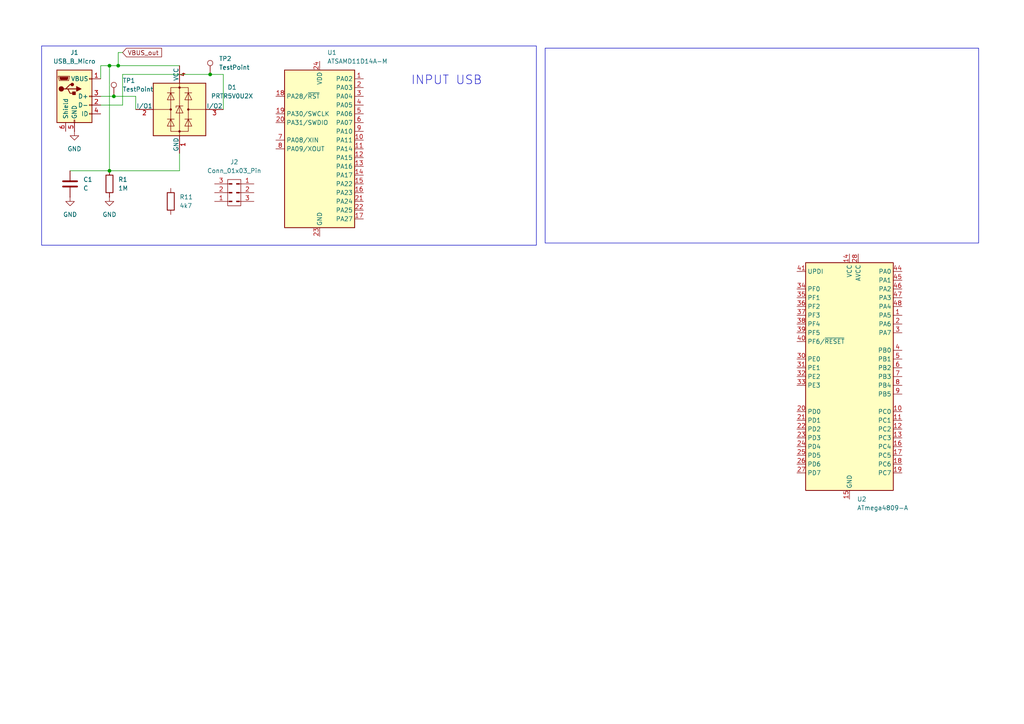
<source format=kicad_sch>
(kicad_sch (version 20231120) (generator "eeschema") (generator_version "8.0")
  (paper "A4")
  (lib_symbols
    (symbol "Connector:Conn_01x03_Pin" (pin_names (offset 1.016) hide)
      (property "Reference" "J" (at 0 5.08 0))
      (property "Value" "Conn_01x03_Pin" (at 0 -5.08 0))
      (symbol "Conn_01x03_Pin_1_1"
        (rectangle (start -2.54 3.81) (end 1.27 -3.81))
        (rectangle (start -2.1336 -0.127) (end -1.27 0.127) (stroke (width 0.1524)) (fill (type outline)))
        (rectangle (start -2.1336 2.413) (end -1.27 2.667) (stroke (width 0.1524)) (fill (type outline)))
        (rectangle (start -1.27 -2.667) (end -2.1336 -2.413) (stroke (width 0.1524)) (fill (type outline)))
        (polyline (pts (xy -2.54 -2.54) (xy -2.1336 -2.54)) (stroke (width 0.1524)))
        (polyline (pts (xy -2.54 0) (xy -2.1336 0)) (stroke (width 0.1524)))
        (polyline (pts (xy -2.54 2.54) (xy -2.1336 2.54)) (stroke (width 0.1524)))
        (polyline (pts (xy 1.27 -2.54) (xy 0.8636 -2.54)) (stroke (width 0.1524)))
        (polyline (pts (xy 1.27 0) (xy 0.8636 0)) (stroke (width 0.1524)))
        (polyline (pts (xy 1.27 2.54) (xy 0.8636 2.54)) (stroke (width 0.1524)))
        (rectangle (start 0 2.667) (end 0.8636 2.413) (stroke (width 0.1524)) (fill (type outline)))
        (rectangle (start 0.8636 -2.413) (end 0 -2.667) (stroke (width 0.1524)) (fill (type outline)))
        (rectangle (start 0.8636 0.127) (end 0 -0.127) (stroke (width 0.1524)) (fill (type outline)))
        (pin passive line (at -6.35 -2.54 0) (length 3.81) (name "Pin_1") (number "1"))
        (pin passive line (at 5.08 2.54 180) (length 3.81) (name "Pin_1") (number "1"))
        (pin passive line (at -6.35 0 0) (length 3.81) (name "Pin_2") (number "2"))
        (pin passive line (at 5.08 0 180) (length 3.81) (name "Pin_2") (number "2"))
        (pin passive line (at -6.35 2.54 0) (length 3.81) (name "Pin_3") (number "3"))
        (pin passive line (at 5.08 -2.54 180) (length 3.81) (name "Pin_3") (number "3"))
      )
    )
    (symbol "Connector:TestPoint" (pin_numbers hide) (pin_names (offset 0.762) hide)
      (property "Reference" "TP" (at 0 6.858 0))
      (property "Value" "TestPoint" (at 0 5.08 0))
      (symbol "TestPoint_0_1"
        (circle (center 0 3.302) (radius 0.762))
      )
      (symbol "TestPoint_1_1"
        (pin passive line (at 0 0 90) (length 2.54) (name "1") (number "1"))
      )
    )
    (symbol "Connector:USB_B_Micro" (pin_names (offset 1.016))
      (property "Reference" "J" (at -5.08 11.43 0))
      (property "Value" "USB_B_Micro" (at -5.08 8.89 0))
      (symbol "USB_B_Micro_0_1"
        (rectangle (start -5.08 -7.62) (end 5.08 7.62) (stroke (width 0.254)) (fill (type background)))
        (circle (center -3.81 2.159) (radius 0.635) (stroke (width 0.254)) (fill (type outline)))
        (circle (center -0.635 3.429) (radius 0.381) (stroke (width 0.254)) (fill (type outline)))
        (rectangle (start -0.127 -7.62) (end 0.127 -6.858))
        (polyline (pts (xy -1.905 2.159) (xy 0.635 2.159)) (stroke (width 0.254)))
        (polyline (pts (xy -3.175 2.159) (xy -2.54 2.159) (xy -1.27 3.429) (xy -0.635 3.429)) (stroke (width 0.254)))
        (polyline (pts (xy -2.54 2.159) (xy -1.905 2.159) (xy -1.27 0.889) (xy 0 0.889)) (stroke (width 0.254)))
        (polyline (pts (xy 0.635 2.794) (xy 0.635 1.524) (xy 1.905 2.159) (xy 0.635 2.794)) (stroke (width 0.254)) (fill (type outline)))
        (polyline (pts (xy -4.318 5.588) (xy -1.778 5.588) (xy -2.032 4.826) (xy -4.064 4.826) (xy -4.318 5.588)) (fill (type outline)))
        (polyline (pts (xy -4.699 5.842) (xy -4.699 5.588) (xy -4.445 4.826) (xy -4.445 4.572) (xy -1.651 4.572) (xy -1.651 4.826) (xy -1.397 5.588) (xy -1.397 5.842) (xy -4.699 5.842)))
        (rectangle (start 0.254 1.27) (end -0.508 0.508) (stroke (width 0.254)) (fill (type outline)))
        (rectangle (start 5.08 -5.207) (end 4.318 -4.953))
        (rectangle (start 5.08 -2.667) (end 4.318 -2.413))
        (rectangle (start 5.08 -0.127) (end 4.318 0.127))
        (rectangle (start 5.08 4.953) (end 4.318 5.207))
      )
      (symbol "USB_B_Micro_1_1"
        (pin power_out line (at 7.62 5.08 180) (length 2.54) (name "VBUS") (number "1"))
        (pin bidirectional line (at 7.62 -2.54 180) (length 2.54) (name "D-") (number "2"))
        (pin bidirectional line (at 7.62 0 180) (length 2.54) (name "D+") (number "3"))
        (pin passive line (at 7.62 -5.08 180) (length 2.54) (name "ID") (number "4"))
        (pin power_out line (at 0 -10.16 90) (length 2.54) (name "GND") (number "5"))
        (pin passive line (at -2.54 -10.16 90) (length 2.54) (name "Shield") (number "6"))
      )
    )
    (symbol "Device:C" (pin_numbers hide) (pin_names (offset 0.254))
      (property "Reference" "C" (at 0.635 2.54 0))
      (property "Value" "C" (at 0.635 -2.54 0))
      (symbol "C_0_1"
        (polyline (pts (xy -2.032 -0.762) (xy 2.032 -0.762)) (stroke (width 0.508)))
        (polyline (pts (xy -2.032 0.762) (xy 2.032 0.762)) (stroke (width 0.508)))
      )
      (symbol "C_1_1"
        (pin passive line (at 0 3.81 270) (length 2.794) (name "~") (number "1"))
        (pin passive line (at 0 -3.81 90) (length 2.794) (name "~") (number "2"))
      )
    )
    (symbol "Device:R" (pin_numbers hide) (pin_names (offset 0))
      (property "Reference" "R" (at 2.032 0 90))
      (property "Value" "R" (at 0 0 90))
      (symbol "R_0_1"
        (rectangle (start -1.016 -2.54) (end 1.016 2.54) (stroke (width 0.254)))
      )
      (symbol "R_1_1"
        (pin passive line (at 0 3.81 270) (length 1.27) (name "~") (number "1"))
        (pin passive line (at 0 -3.81 90) (length 1.27) (name "~") (number "2"))
      )
    )
    (symbol "MCU_Microchip_ATmega:ATmega4809-A"
      (property "Reference" "U" (at -12.7 34.29 0))
      (property "Value" "ATmega4809-A" (at 2.54 -34.29 0))
      (symbol "ATmega4809-A_0_1"
        (rectangle (start -12.7 -33.02) (end 12.7 33.02) (stroke (width 0.254)) (fill (type background)))
      )
      (symbol "ATmega4809-A_1_1"
        (pin bidirectional line (at 15.24 17.78 180) (length 2.54) (name "PA5") (number "1"))
        (pin bidirectional line (at 15.24 -10.16 180) (length 2.54) (name "PC0") (number "10"))
        (pin bidirectional line (at 15.24 -12.7 180) (length 2.54) (name "PC1") (number "11"))
        (pin bidirectional line (at 15.24 -15.24 180) (length 2.54) (name "PC2") (number "12"))
        (pin bidirectional line (at 15.24 -17.78 180) (length 2.54) (name "PC3") (number "13"))
        (pin power_in line (at 0 35.56 270) (length 2.54) (name "VCC") (number "14"))
        (pin power_in line (at 0 -35.56 90) (length 2.54) (name "GND") (number "15"))
        (pin bidirectional line (at 15.24 -20.32 180) (length 2.54) (name "PC4") (number "16"))
        (pin bidirectional line (at 15.24 -22.86 180) (length 2.54) (name "PC5") (number "17"))
        (pin bidirectional line (at 15.24 -25.4 180) (length 2.54) (name "PC6") (number "18"))
        (pin bidirectional line (at 15.24 -27.94 180) (length 2.54) (name "PC7") (number "19"))
        (pin bidirectional line (at 15.24 15.24 180) (length 2.54) (name "PA6") (number "2"))
        (pin bidirectional line (at -15.24 -10.16 0) (length 2.54) (name "PD0") (number "20"))
        (pin bidirectional line (at -15.24 -12.7 0) (length 2.54) (name "PD1") (number "21"))
        (pin bidirectional line (at -15.24 -15.24 0) (length 2.54) (name "PD2") (number "22"))
        (pin bidirectional line (at -15.24 -17.78 0) (length 2.54) (name "PD3") (number "23"))
        (pin bidirectional line (at -15.24 -20.32 0) (length 2.54) (name "PD4") (number "24"))
        (pin bidirectional line (at -15.24 -22.86 0) (length 2.54) (name "PD5") (number "25"))
        (pin bidirectional line (at -15.24 -25.4 0) (length 2.54) (name "PD6") (number "26"))
        (pin bidirectional line (at -15.24 -27.94 0) (length 2.54) (name "PD7") (number "27"))
        (pin power_in line (at 2.54 35.56 270) (length 2.54) (name "AVCC") (number "28"))
        (pin passive line (at 0 -35.56 90) (length 2.54) hide (name "GND") (number "29"))
        (pin bidirectional line (at 15.24 12.7 180) (length 2.54) (name "PA7") (number "3"))
        (pin bidirectional line (at -15.24 5.08 0) (length 2.54) (name "PE0") (number "30"))
        (pin bidirectional line (at -15.24 2.54 0) (length 2.54) (name "PE1") (number "31"))
        (pin bidirectional line (at -15.24 0 0) (length 2.54) (name "PE2") (number "32"))
        (pin bidirectional line (at -15.24 -2.54 0) (length 2.54) (name "PE3") (number "33"))
        (pin bidirectional line (at -15.24 25.4 0) (length 2.54) (name "PF0") (number "34"))
        (pin bidirectional line (at -15.24 22.86 0) (length 2.54) (name "PF1") (number "35"))
        (pin bidirectional line (at -15.24 20.32 0) (length 2.54) (name "PF2") (number "36"))
        (pin bidirectional line (at -15.24 17.78 0) (length 2.54) (name "PF3") (number "37"))
        (pin bidirectional line (at -15.24 15.24 0) (length 2.54) (name "PF4") (number "38"))
        (pin bidirectional line (at -15.24 12.7 0) (length 2.54) (name "PF5") (number "39"))
        (pin bidirectional line (at 15.24 7.62 180) (length 2.54) (name "PB0") (number "4"))
        (pin bidirectional line (at -15.24 10.16 0) (length 2.54) (name "PF6/~{RESET}") (number "40"))
        (pin bidirectional line (at -15.24 30.48 0) (length 2.54) (name "UPDI") (number "41"))
        (pin passive line (at 0 35.56 270) (length 2.54) hide (name "VCC") (number "42"))
        (pin passive line (at 0 -35.56 90) (length 2.54) hide (name "GND") (number "43"))
        (pin bidirectional line (at 15.24 30.48 180) (length 2.54) (name "PA0") (number "44"))
        (pin bidirectional line (at 15.24 27.94 180) (length 2.54) (name "PA1") (number "45"))
        (pin bidirectional line (at 15.24 25.4 180) (length 2.54) (name "PA2") (number "46"))
        (pin bidirectional line (at 15.24 22.86 180) (length 2.54) (name "PA3") (number "47"))
        (pin bidirectional line (at 15.24 20.32 180) (length 2.54) (name "PA4") (number "48"))
        (pin bidirectional line (at 15.24 5.08 180) (length 2.54) (name "PB1") (number "5"))
        (pin bidirectional line (at 15.24 2.54 180) (length 2.54) (name "PB2") (number "6"))
        (pin bidirectional line (at 15.24 0 180) (length 2.54) (name "PB3") (number "7"))
        (pin bidirectional line (at 15.24 -2.54 180) (length 2.54) (name "PB4") (number "8"))
        (pin bidirectional line (at 15.24 -5.08 180) (length 2.54) (name "PB5") (number "9"))
      )
    )
    (symbol "MCU_Microchip_SAMD:ATSAMD11D14A-M"
      (property "Reference" "U" (at -10.16 24.13 0))
      (property "Value" "ATSAMD11D14A-M" (at 1.27 24.13 0))
      (symbol "ATSAMD11D14A-M_0_1"
        (rectangle (start -10.16 22.86) (end 10.16 -22.86) (stroke (width 0.254)) (fill (type background)))
      )
      (symbol "ATSAMD11D14A-M_1_1"
        (pin bidirectional line (at 12.7 20.32 180) (length 2.54) (name "PA02") (number "1"))
        (pin bidirectional line (at 12.7 2.54 180) (length 2.54) (name "PA11") (number "10"))
        (pin bidirectional line (at 12.7 0 180) (length 2.54) (name "PA14") (number "11"))
        (pin bidirectional line (at 12.7 -2.54 180) (length 2.54) (name "PA15") (number "12"))
        (pin bidirectional line (at 12.7 -5.08 180) (length 2.54) (name "PA16") (number "13"))
        (pin bidirectional line (at 12.7 -7.62 180) (length 2.54) (name "PA17") (number "14"))
        (pin bidirectional line (at 12.7 -10.16 180) (length 2.54) (name "PA22") (number "15"))
        (pin bidirectional line (at 12.7 -12.7 180) (length 2.54) (name "PA23") (number "16"))
        (pin bidirectional line (at 12.7 -20.32 180) (length 2.54) (name "PA27") (number "17"))
        (pin bidirectional line (at -12.7 15.24 0) (length 2.54) (name "PA28/~{RST}") (number "18"))
        (pin bidirectional line (at -12.7 10.16 0) (length 2.54) (name "PA30/SWCLK") (number "19"))
        (pin bidirectional line (at 12.7 17.78 180) (length 2.54) (name "PA03") (number "2"))
        (pin bidirectional line (at -12.7 7.62 0) (length 2.54) (name "PA31/SWDIO") (number "20"))
        (pin bidirectional line (at 12.7 -15.24 180) (length 2.54) (name "PA24") (number "21"))
        (pin bidirectional line (at 12.7 -17.78 180) (length 2.54) (name "PA25") (number "22"))
        (pin power_in line (at 0 -25.4 90) (length 2.54) (name "GND") (number "23"))
        (pin power_in line (at 0 25.4 270) (length 2.54) (name "VDD") (number "24"))
        (pin bidirectional line (at 12.7 15.24 180) (length 2.54) (name "PA04") (number "3"))
        (pin bidirectional line (at 12.7 12.7 180) (length 2.54) (name "PA05") (number "4"))
        (pin bidirectional line (at 12.7 10.16 180) (length 2.54) (name "PA06") (number "5"))
        (pin bidirectional line (at 12.7 7.62 180) (length 2.54) (name "PA07") (number "6"))
        (pin bidirectional line (at -12.7 2.54 0) (length 2.54) (name "PA08/XIN") (number "7"))
        (pin bidirectional line (at -12.7 0 0) (length 2.54) (name "PA09/XOUT") (number "8"))
        (pin bidirectional line (at 12.7 5.08 180) (length 2.54) (name "PA10") (number "9"))
      )
    )
    (symbol "Power_Protection:PRTR5V0U2X" (pin_names (offset 0))
      (property "Reference" "D" (at 2.794 8.636 0))
      (property "Value" "PRTR5V0U2X" (at 8.128 -9.398 0))
      (symbol "PRTR5V0U2X_0_1"
        (rectangle (start -7.62 -7.62) (end 7.62 7.62) (stroke (width 0.254)) (fill (type background)))
        (circle (center -2.54 0) (radius 0.254) (fill (type outline)))
        (rectangle (start -2.54 6.35) (end 2.54 -6.35))
        (circle (center 0 -6.35) (radius 0.254) (fill (type outline)))
        (polyline (pts (xy -2.54 0) (xy -7.62 0)))
        (polyline (pts (xy -1.524 -2.794) (xy -3.556 -2.794)))
        (polyline (pts (xy -1.524 4.826) (xy -3.556 4.826)))
        (polyline (pts (xy 0 -7.62) (xy 0 7.62)))
        (polyline (pts (xy 1.524 -2.794) (xy 3.556 -2.794)))
        (polyline (pts (xy 1.524 4.826) (xy 3.556 4.826)))
        (polyline (pts (xy 2.54 0) (xy 7.62 0)))
        (polyline (pts (xy 1.016 1.016) (xy -1.016 1.016) (xy -1.016 0.508)))
        (polyline (pts (xy -3.556 -4.826) (xy -1.524 -4.826) (xy -2.54 -2.794) (xy -3.556 -4.826)))
        (polyline (pts (xy -3.556 2.794) (xy -1.524 2.794) (xy -2.54 4.826) (xy -3.556 2.794)))
        (polyline (pts (xy -1.016 -1.016) (xy 1.016 -1.016) (xy 0 1.016) (xy -1.016 -1.016)))
        (polyline (pts (xy 3.556 -4.826) (xy 1.524 -4.826) (xy 2.54 -2.794) (xy 3.556 -4.826)))
        (polyline (pts (xy 3.556 2.794) (xy 1.524 2.794) (xy 2.54 4.826) (xy 3.556 2.794)))
        (circle (center 0 6.35) (radius 0.254) (fill (type outline)))
        (circle (center 2.54 0) (radius 0.254) (fill (type outline)))
      )
      (symbol "PRTR5V0U2X_1_1"
        (pin passive line (at 0 -12.7 90) (length 5.08) (name "GND") (number "1"))
        (pin passive line (at -12.7 0 0) (length 5.08) (name "I/O1") (number "2"))
        (pin passive line (at 12.7 0 180) (length 5.08) (name "I/O2") (number "3"))
        (pin passive line (at 0 12.7 270) (length 5.08) (name "VCC") (number "4"))
      )
    )
    (symbol "power:GND" (power) (pin_numbers hide) (pin_names (offset 0) hide)
      (property "Value" "GND" (at 0 -3.81 0))
      (symbol "GND_0_1"
        (polyline (pts (xy 0 0) (xy 0 -1.27) (xy 1.27 -1.27) (xy 0 -2.54) (xy -1.27 -1.27) (xy 0 -1.27)))
      )
      (symbol "GND_1_1"
        (pin power_in line (at 0 0 270) (length 0) (name "~") (number "1"))
      )
    )
  )
  (junction (at 31.75 19.05))
  (junction (at 33.02 27.94))
  (junction (at 60.96 21.59))
  (junction (at 31.75 49.53))
  (junction (at 34.29 19.05))
  (wire (pts (xy 31.75 49.53) (xy 31.75 19.05)))
  (wire (pts (xy 60.96 21.59) (xy 64.77 21.59)))
  (wire (pts (xy 52.07 49.53) (xy 52.07 44.45)))
  (wire (pts (xy 34.29 19.05) (xy 52.07 19.05)))
  (wire (pts (xy 31.75 49.53) (xy 52.07 49.53)))
  (wire (pts (xy 31.75 19.05) (xy 34.29 19.05)))
  (wire (pts (xy 29.21 30.48) (xy 35.56 30.48)))
  (wire (pts (xy 64.77 21.59) (xy 64.77 31.75)))
  (wire (pts (xy 35.56 21.59) (xy 60.96 21.59)))
  (wire (pts (xy 29.21 27.94) (xy 33.02 27.94)))
  (wire (pts (xy 35.56 30.48) (xy 35.56 21.59)))
  (wire (pts (xy 35.56 15.24) (xy 34.29 15.24)))
  (wire (pts (xy 29.21 19.05) (xy 31.75 19.05)))
  (wire (pts (xy 33.02 27.94) (xy 39.37 27.94)))
  (wire (pts (xy 39.37 27.94) (xy 39.37 31.75)))
  (wire (pts (xy 20.32 49.53) (xy 31.75 49.53)))
  (wire (pts (xy 29.21 22.86) (xy 29.21 19.05)))
  (wire (pts (xy 34.29 15.24) (xy 34.29 19.05)))
  (rectangle (start 12.065 13.335) (end 155.575 71.12))
  (rectangle (start 158.115 13.97) (end 283.845 70.485))
  (text "INPUT USB" (at 129.54 23.368 0) (effects (font (size 2.54 2.54))))
  (global_label "VBUS_out" (shape input) (at 35.56 15.24 0) (property "Intersheetrefs" "${INTERSHEET_REFS}" (effects (hide yes))))
  (symbol (lib_id "Device:C") (at 20.32 53.34 0) (unit 1)
    (property "Reference" "C1" (at 24.13 52.0699 0) (effects (justify left)))
    (property "Value" "C" (at 24.13 54.6099 0) (effects (justify left)))
    (property "Description" "Unpolarized capacitor" (effects (hide yes)))
  )
  (symbol (lib_id "Device:R") (at 49.53 58.42 0) (unit 1)
    (property "Reference" "R11" (at 52.07 57.1499 0) (effects (justify left)))
    (property "Value" "4k7" (at 52.07 59.6899 0) (effects (justify left)))
    (property "Description" "Resistor" (effects (hide yes)))
  )
  (symbol (lib_id "power:GND") (at 20.32 57.15 0) (unit 1)
    (property "Reference" "#PWR02" (effects (hide yes)))
    (property "Value" "GND" (at 20.32 62.23 0))
    (property "Description" "Power symbol creates a global label with name \"GND\" , ground" (effects (hide yes)))
  )
  (symbol (lib_id "Device:R") (at 31.75 53.34 0) (unit 1)
    (property "Reference" "R1" (at 34.29 52.0699 0) (effects (justify left)))
    (property "Value" "1M" (at 34.29 54.6099 0) (effects (justify left)))
    (property "Description" "Resistor" (effects (hide yes)))
  )
  (symbol (lib_id "power:GND") (at 21.59 38.1 0) (unit 1)
    (property "Reference" "#PWR01" (effects (hide yes)))
    (property "Value" "GND" (at 21.59 43.18 0))
    (property "Description" "Power symbol creates a global label with name \"GND\" , ground" (effects (hide yes)))
  )
  (symbol (lib_id "Connector:TestPoint") (at 33.02 27.94 0) (unit 1)
    (property "Reference" "TP1" (at 35.56 23.3679 0) (effects (justify left)))
    (property "Value" "TestPoint" (at 35.56 25.9079 0) (effects (justify left)))
    (property "Description" "test point" (effects (hide yes)))
  )
  (symbol (lib_id "MCU_Microchip_SAMD:ATSAMD11D14A-M") (at 92.71 43.18 0) (unit 1)
    (property "Reference" "U1" (at 94.9041 15.24 0) (effects (justify left)))
    (property "Value" "ATSAMD11D14A-M" (at 94.9041 17.78 0) (effects (justify left)))
    (property "Footprint" "Package_DFN_QFN:QFN-24-1EP_4x4mm_P0.5mm_EP2.6x2.6mm" (effects (hide yes)))
    (property "Datasheet" "http://ww1.microchip.com/downloads/en/DeviceDoc/Atmel-42363-SAM-D11_Datasheet.pdf" (effects (hide yes)))
    (property "Description" "ARM Cortex-M0+ MCU, 48MHz, 16KB Flash, 4KB RAM, 1.6-3.6V, 22 GPIO, QFN-24" (effects (hide yes)))
  )
  (symbol (lib_id "Connector:TestPoint") (at 60.96 21.59 0) (unit 1)
    (property "Reference" "TP2" (at 63.5 17.0179 0) (effects (justify left)))
    (property "Value" "TestPoint" (at 63.5 19.5579 0) (effects (justify left)))
    (property "Description" "test point" (effects (hide yes)))
  )
  (symbol (lib_id "Connector:USB_B_Micro") (at 21.59 27.94 0) (unit 1)
    (property "Reference" "J1" (at 21.59 15.24 0))
    (property "Value" "USB_B_Micro" (at 21.59 17.78 0))
    (property "Description" "USB Micro Type B connector" (effects (hide yes)))
  )
  (symbol (lib_id "Power_Protection:PRTR5V0U2X") (at 52.07 31.75 0) (unit 1)
    (property "Reference" "D1" (at 67.31 25.3298 0))
    (property "Value" "PRTR5V0U2X" (at 67.31 27.8698 0))
    (property "Footprint" "Package_TO_SOT_SMD:SOT-143" (effects (hide yes)))
    (property "Datasheet" "https://assets.nexperia.com/documents/data-sheet/PRTR5V0U2X.pdf" (effects (hide yes)))
    (property "Description" "Ultra low capacitance double rail-to-rail ESD protection diode, SOT-143" (effects (hide yes)))
  )
  (symbol (lib_id "MCU_Microchip_ATmega:ATmega4809-A") (at 246.38 109.22 0) (unit 1)
    (property "Reference" "U2" (at 248.5741 144.78 0) (effects (justify left)))
    (property "Value" "ATmega4809-A" (at 248.5741 147.32 0) (effects (justify left)))
    (property "Footprint" "Package_QFP:TQFP-48_7x7mm_P0.5mm" (effects (hide yes)))
    (property "Datasheet" "http://ww1.microchip.com/downloads/en/DeviceDoc/40002016A.pdf" (effects (hide yes)))
    (property "Description" "20MHz, 48kB Flash, 6kB SRAM, 256B EEPROM, TQFP-48" (effects (hide yes)))
  )
  (symbol (lib_id "Connector:Conn_01x03_Pin") (at 68.58 55.88 0) (unit 1)
    (property "Reference" "J2" (at 67.945 46.99 0))
    (property "Value" "Conn_01x03_Pin" (at 67.945 49.53 0))
    (property "Description" "Generic connector, single row, 01x03, script generated" (effects (hide yes)))
  )
  (symbol (lib_id "power:GND") (at 31.75 57.15 0) (unit 1)
    (property "Reference" "#PWR03" (effects (hide yes)))
    (property "Value" "GND" (at 31.75 62.23 0))
    (property "Description" "Power symbol creates a global label with name \"GND\" , ground" (effects (hide yes)))
  )
)
</source>
